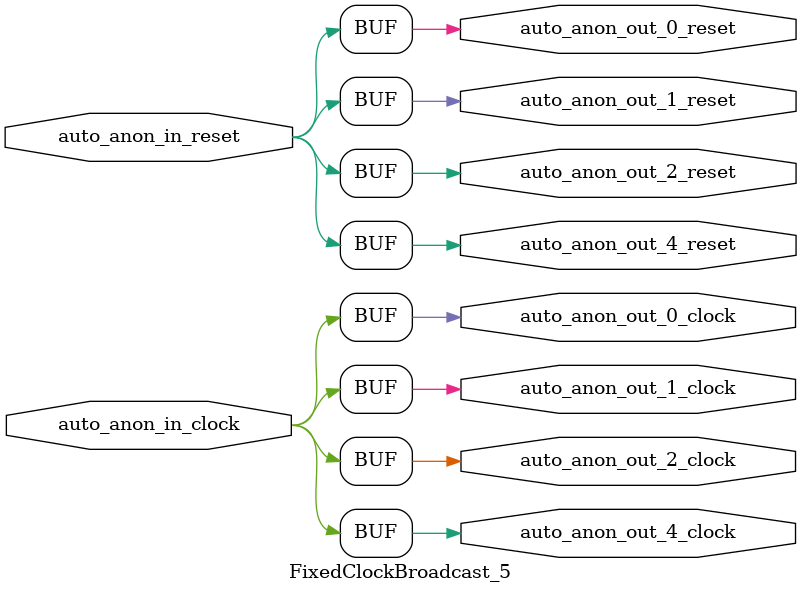
<source format=sv>
module FixedClockBroadcast_5(	// @[generators/rocket-chip/src/main/scala/prci/ClockGroup.scala:104:9]
  input  auto_anon_in_clock,	// @[generators/diplomacy/diplomacy/src/diplomacy/lazymodule/LazyModuleImp.scala:106:25]
  input  auto_anon_in_reset,	// @[generators/diplomacy/diplomacy/src/diplomacy/lazymodule/LazyModuleImp.scala:106:25]
  output auto_anon_out_4_clock,	// @[generators/diplomacy/diplomacy/src/diplomacy/lazymodule/LazyModuleImp.scala:106:25]
  output auto_anon_out_4_reset,	// @[generators/diplomacy/diplomacy/src/diplomacy/lazymodule/LazyModuleImp.scala:106:25]
  output auto_anon_out_2_clock,	// @[generators/diplomacy/diplomacy/src/diplomacy/lazymodule/LazyModuleImp.scala:106:25]
  output auto_anon_out_2_reset,	// @[generators/diplomacy/diplomacy/src/diplomacy/lazymodule/LazyModuleImp.scala:106:25]
  output auto_anon_out_1_clock,	// @[generators/diplomacy/diplomacy/src/diplomacy/lazymodule/LazyModuleImp.scala:106:25]
  output auto_anon_out_1_reset,	// @[generators/diplomacy/diplomacy/src/diplomacy/lazymodule/LazyModuleImp.scala:106:25]
  output auto_anon_out_0_clock,	// @[generators/diplomacy/diplomacy/src/diplomacy/lazymodule/LazyModuleImp.scala:106:25]
  output auto_anon_out_0_reset	// @[generators/diplomacy/diplomacy/src/diplomacy/lazymodule/LazyModuleImp.scala:106:25]
);

  assign auto_anon_out_4_clock = auto_anon_in_clock;	// @[generators/rocket-chip/src/main/scala/prci/ClockGroup.scala:104:9]
  assign auto_anon_out_4_reset = auto_anon_in_reset;	// @[generators/rocket-chip/src/main/scala/prci/ClockGroup.scala:104:9]
  assign auto_anon_out_2_clock = auto_anon_in_clock;	// @[generators/rocket-chip/src/main/scala/prci/ClockGroup.scala:104:9]
  assign auto_anon_out_2_reset = auto_anon_in_reset;	// @[generators/rocket-chip/src/main/scala/prci/ClockGroup.scala:104:9]
  assign auto_anon_out_1_clock = auto_anon_in_clock;	// @[generators/rocket-chip/src/main/scala/prci/ClockGroup.scala:104:9]
  assign auto_anon_out_1_reset = auto_anon_in_reset;	// @[generators/rocket-chip/src/main/scala/prci/ClockGroup.scala:104:9]
  assign auto_anon_out_0_clock = auto_anon_in_clock;	// @[generators/rocket-chip/src/main/scala/prci/ClockGroup.scala:104:9]
  assign auto_anon_out_0_reset = auto_anon_in_reset;	// @[generators/rocket-chip/src/main/scala/prci/ClockGroup.scala:104:9]
endmodule


</source>
